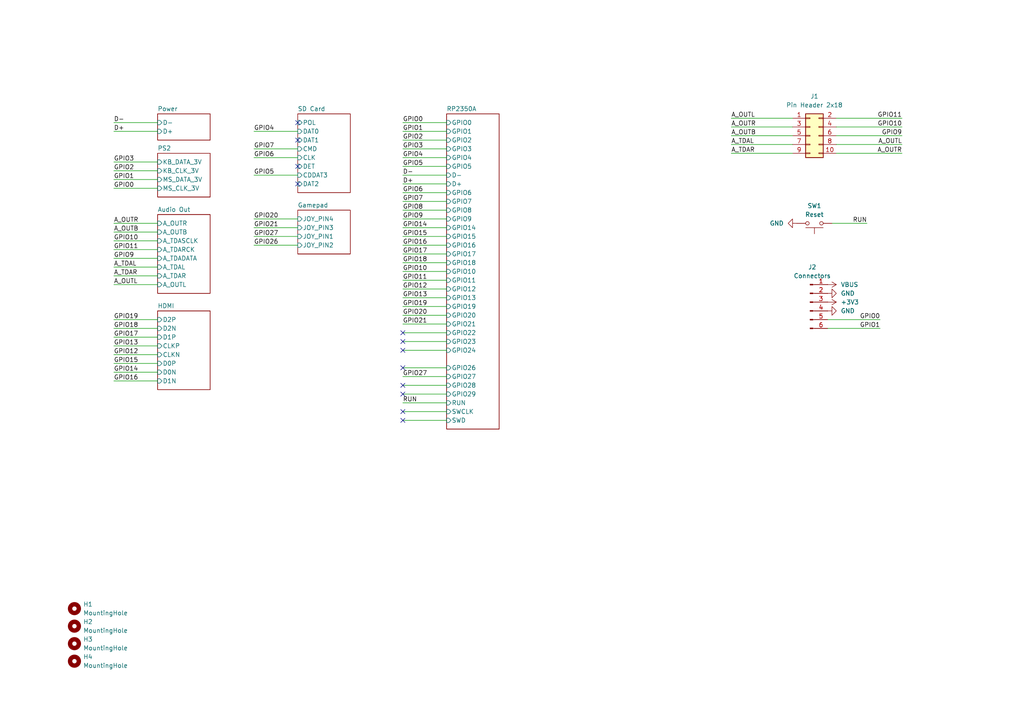
<source format=kicad_sch>
(kicad_sch (version 20250114) (generator "eeschema") (generator_version "9.0")
  (paper "A4")
  (title_block (title "MiniFRANK RM24") (date "2025-03-14") (rev "1.00") (company "Mikhail Matveev") (comment 1 "https://github.com/xtremespb/frank"))
  (lib_symbols
    (symbol "Connector:Conn_01x06_Pin" (pin_names (offset 1.016) (hide yes))
      (property "Reference" "J" (at 0 7.62 0))
      (property "Value" "Conn_01x06_Pin" (at 0 -10.16 0))
      (symbol "Conn_01x06_Pin_1_1"
        (rectangle (start 0.8636 5.207) (end 0 4.953) (stroke (width 0.1524)) (fill (type outline)))
        (rectangle (start 0.8636 2.667) (end 0 2.413) (stroke (width 0.1524)) (fill (type outline)))
        (rectangle (start 0.8636 0.127) (end 0 -0.127) (stroke (width 0.1524)) (fill (type outline)))
        (rectangle (start 0.8636 -2.413) (end 0 -2.667) (stroke (width 0.1524)) (fill (type outline)))
        (rectangle (start 0.8636 -4.953) (end 0 -5.207) (stroke (width 0.1524)) (fill (type outline)))
        (rectangle (start 0.8636 -7.493) (end 0 -7.747) (stroke (width 0.1524)) (fill (type outline)))
        (polyline (pts (xy 1.27 5.08) (xy 0.8636 5.08)) (stroke (width 0.1524)))
        (polyline (pts (xy 1.27 2.54) (xy 0.8636 2.54)) (stroke (width 0.1524)))
        (polyline (pts (xy 1.27 0) (xy 0.8636 0)) (stroke (width 0.1524)))
        (polyline (pts (xy 1.27 -2.54) (xy 0.8636 -2.54)) (stroke (width 0.1524)))
        (polyline (pts (xy 1.27 -5.08) (xy 0.8636 -5.08)) (stroke (width 0.1524)))
        (polyline (pts (xy 1.27 -7.62) (xy 0.8636 -7.62)) (stroke (width 0.1524)))
        (pin passive line (at 5.08 5.08 180) (length 3.81) (name "Pin_1") (number "1"))
        (pin passive line (at 5.08 2.54 180) (length 3.81) (name "Pin_2") (number "2"))
        (pin passive line (at 5.08 0 180) (length 3.81) (name "Pin_3") (number "3"))
        (pin passive line (at 5.08 -2.54 180) (length 3.81) (name "Pin_4") (number "4"))
        (pin passive line (at 5.08 -5.08 180) (length 3.81) (name "Pin_5") (number "5"))
        (pin passive line (at 5.08 -7.62 180) (length 3.81) (name "Pin_6") (number "6"))
      )
    )
    (symbol "Connector_Generic:Conn_02x05_Odd_Even" (pin_names (offset 1.016) (hide yes))
      (property "Reference" "J" (at 1.27 7.62 0))
      (property "Value" "Conn_02x05_Odd_Even" (at 1.27 -7.62 0))
      (symbol "Conn_02x05_Odd_Even_1_1"
        (rectangle (start -1.27 6.35) (end 3.81 -6.35) (stroke (width 0.254)) (fill (type background)))
        (rectangle (start -1.27 5.207) (end 0 4.953) (stroke (width 0.1524)))
        (rectangle (start -1.27 2.667) (end 0 2.413) (stroke (width 0.1524)))
        (rectangle (start -1.27 0.127) (end 0 -0.127) (stroke (width 0.1524)))
        (rectangle (start -1.27 -2.413) (end 0 -2.667) (stroke (width 0.1524)))
        (rectangle (start -1.27 -4.953) (end 0 -5.207) (stroke (width 0.1524)))
        (rectangle (start 3.81 5.207) (end 2.54 4.953) (stroke (width 0.1524)))
        (rectangle (start 3.81 2.667) (end 2.54 2.413) (stroke (width 0.1524)))
        (rectangle (start 3.81 0.127) (end 2.54 -0.127) (stroke (width 0.1524)))
        (rectangle (start 3.81 -2.413) (end 2.54 -2.667) (stroke (width 0.1524)))
        (rectangle (start 3.81 -4.953) (end 2.54 -5.207) (stroke (width 0.1524)))
        (pin passive line (at -5.08 5.08 0) (length 3.81) (name "Pin_1") (number "1"))
        (pin passive line (at -5.08 2.54 0) (length 3.81) (name "Pin_3") (number "3"))
        (pin passive line (at -5.08 0 0) (length 3.81) (name "Pin_5") (number "5"))
        (pin passive line (at -5.08 -2.54 0) (length 3.81) (name "Pin_7") (number "7"))
        (pin passive line (at -5.08 -5.08 0) (length 3.81) (name "Pin_9") (number "9"))
        (pin passive line (at 7.62 5.08 180) (length 3.81) (name "Pin_2") (number "2"))
        (pin passive line (at 7.62 2.54 180) (length 3.81) (name "Pin_4") (number "4"))
        (pin passive line (at 7.62 0 180) (length 3.81) (name "Pin_6") (number "6"))
        (pin passive line (at 7.62 -2.54 180) (length 3.81) (name "Pin_8") (number "8"))
        (pin passive line (at 7.62 -5.08 180) (length 3.81) (name "Pin_10") (number "10"))
      )
    )
    (symbol "GND_1" (power) (pin_numbers (hide yes)) (pin_names (offset 0) (hide yes))
      (property "Value" "GND" (at 0 -3.81 0))
      (symbol "GND_1_0_1"
        (polyline (pts (xy 0 0) (xy 0 -1.27) (xy 1.27 -1.27) (xy 0 -2.54) (xy -1.27 -1.27) (xy 0 -1.27)))
      )
      (symbol "GND_1_1_1"
        (pin power_in line (at 0 0 270) (length 0) (name "~") (number "1"))
      )
    )
    (symbol "Mechanical:MountingHole" (pin_names (offset 1.016)) (exclude_from_sim yes) (in_bom no)
      (property "Reference" "H" (at 0 5.08 0))
      (property "Value" "MountingHole" (at 0 3.175 0))
      (symbol "MountingHole_0_1"
        (circle (center 0 0) (radius 1.27) (stroke (width 1.27)))
      )
    )
    (symbol "Switch:SW_Push" (pin_numbers (hide yes)) (pin_names (offset 1.016) (hide yes))
      (property "Reference" "SW" (at 1.27 2.54 0))
      (property "Value" "SW_Push" (at 0 -1.524 0))
      (symbol "SW_Push_0_1"
        (circle (center -2.032 0) (radius 0.508))
        (polyline (pts (xy 0 1.27) (xy 0 3.048)))
        (circle (center 2.032 0) (radius 0.508))
        (polyline (pts (xy 2.54 1.27) (xy -2.54 1.27)))
        (pin passive line (at -5.08 0 0) (length 2.54) (name "1") (number "1"))
        (pin passive line (at 5.08 0 180) (length 2.54) (name "2") (number "2"))
      )
    )
    (symbol "power:+3V3" (power) (pin_numbers (hide yes)) (pin_names (offset 0) (hide yes))
      (property "Value" "+3V3" (at 0 3.556 0))
      (symbol "+3V3_0_1"
        (polyline (pts (xy -0.762 1.27) (xy 0 2.54)))
        (polyline (pts (xy 0 2.54) (xy 0.762 1.27)))
        (polyline (pts (xy 0 0) (xy 0 2.54)))
      )
      (symbol "+3V3_1_1"
        (pin power_in line (at 0 0 90) (length 0) (name "~") (number "1"))
      )
    )
    (symbol "power:GND" (power) (pin_numbers (hide yes)) (pin_names (offset 0) (hide yes))
      (property "Value" "GND" (at 0 -3.81 0))
      (symbol "GND_0_1"
        (polyline (pts (xy 0 0) (xy 0 -1.27) (xy 1.27 -1.27) (xy 0 -2.54) (xy -1.27 -1.27) (xy 0 -1.27)))
      )
      (symbol "GND_1_1"
        (pin power_in line (at 0 0 270) (length 0) (name "~") (number "1"))
      )
    )
    (symbol "power:VBUS" (power) (pin_numbers (hide yes)) (pin_names (offset 0) (hide yes))
      (property "Value" "VBUS" (at 0 3.556 0))
      (symbol "VBUS_0_1"
        (polyline (pts (xy -0.762 1.27) (xy 0 2.54)))
        (polyline (pts (xy 0 2.54) (xy 0.762 1.27)))
        (polyline (pts (xy 0 0) (xy 0 2.54)))
      )
      (symbol "VBUS_1_1"
        (pin power_in line (at 0 0 90) (length 0) (name "~") (number "1"))
      )
    )
  )
  (no_connect (at 116.84 99.06))
  (no_connect (at 86.36 53.34))
  (no_connect (at 116.84 119.38))
  (no_connect (at 116.84 96.52))
  (no_connect (at 116.84 101.6))
  (no_connect (at 86.36 40.64))
  (no_connect (at 116.84 106.68))
  (no_connect (at 86.36 48.26))
  (no_connect (at 86.36 35.56))
  (no_connect (at 116.84 111.76))
  (no_connect (at 116.84 114.3))
  (no_connect (at 116.84 121.92))
  (wire (pts (xy 33.02 67.31) (xy 45.72 67.31)))
  (wire (pts (xy 33.02 69.85) (xy 45.72 69.85)))
  (wire (pts (xy 116.84 81.28) (xy 129.54 81.28)))
  (wire (pts (xy 116.84 38.1) (xy 129.54 38.1)))
  (wire (pts (xy 116.84 114.3) (xy 129.54 114.3)))
  (wire (pts (xy 116.84 60.96) (xy 129.54 60.96)))
  (wire (pts (xy 116.84 91.44) (xy 129.54 91.44)))
  (wire (pts (xy 212.09 41.91) (xy 229.87 41.91)))
  (wire (pts (xy 116.84 63.5) (xy 129.54 63.5)))
  (wire (pts (xy 33.02 110.49) (xy 45.72 110.49)))
  (wire (pts (xy 241.3 64.77) (xy 251.46 64.77)))
  (wire (pts (xy 33.02 82.55) (xy 45.72 82.55)))
  (wire (pts (xy 33.02 54.61) (xy 45.72 54.61)))
  (wire (pts (xy 116.84 106.68) (xy 129.54 106.68)))
  (wire (pts (xy 33.02 64.77) (xy 45.72 64.77)))
  (wire (pts (xy 33.02 105.41) (xy 45.72 105.41)))
  (wire (pts (xy 33.02 95.25) (xy 45.72 95.25)))
  (wire (pts (xy 33.02 46.99) (xy 45.72 46.99)))
  (wire (pts (xy 116.84 109.22) (xy 129.54 109.22)))
  (wire (pts (xy 33.02 92.71) (xy 45.72 92.71)))
  (wire (pts (xy 33.02 100.33) (xy 45.72 100.33)))
  (wire (pts (xy 116.84 50.8) (xy 129.54 50.8)))
  (wire (pts (xy 33.02 77.47) (xy 45.72 77.47)))
  (wire (pts (xy 73.66 43.18) (xy 86.36 43.18)))
  (wire (pts (xy 212.09 44.45) (xy 229.87 44.45)))
  (wire (pts (xy 116.84 116.84) (xy 129.54 116.84)))
  (wire (pts (xy 33.02 72.39) (xy 45.72 72.39)))
  (wire (pts (xy 116.84 121.92) (xy 129.54 121.92)))
  (wire (pts (xy 33.02 38.1) (xy 45.72 38.1)))
  (wire (pts (xy 116.84 86.36) (xy 129.54 86.36)))
  (wire (pts (xy 116.84 101.6) (xy 129.54 101.6)))
  (wire (pts (xy 116.84 48.26) (xy 129.54 48.26)))
  (wire (pts (xy 33.02 49.53) (xy 45.72 49.53)))
  (wire (pts (xy 116.84 96.52) (xy 129.54 96.52)))
  (wire (pts (xy 116.84 35.56) (xy 129.54 35.56)))
  (wire (pts (xy 73.66 68.58) (xy 86.36 68.58)))
  (wire (pts (xy 116.84 76.2) (xy 129.54 76.2)))
  (wire (pts (xy 116.84 55.88) (xy 129.54 55.88)))
  (wire (pts (xy 33.02 35.56) (xy 45.72 35.56)))
  (wire (pts (xy 33.02 97.79) (xy 45.72 97.79)))
  (wire (pts (xy 242.57 36.83) (xy 261.62 36.83)))
  (wire (pts (xy 116.84 93.98) (xy 129.54 93.98)))
  (wire (pts (xy 33.02 107.95) (xy 45.72 107.95)))
  (wire (pts (xy 73.66 63.5) (xy 86.36 63.5)))
  (wire (pts (xy 116.84 45.72) (xy 129.54 45.72)))
  (wire (pts (xy 116.84 58.42) (xy 129.54 58.42)))
  (wire (pts (xy 73.66 38.1) (xy 86.36 38.1)))
  (wire (pts (xy 73.66 66.04) (xy 86.36 66.04)))
  (wire (pts (xy 116.84 53.34) (xy 129.54 53.34)))
  (wire (pts (xy 116.84 88.9) (xy 129.54 88.9)))
  (wire (pts (xy 116.84 43.18) (xy 129.54 43.18)))
  (wire (pts (xy 242.57 34.29) (xy 261.62 34.29)))
  (wire (pts (xy 240.03 95.25) (xy 255.27 95.25)))
  (wire (pts (xy 116.84 68.58) (xy 129.54 68.58)))
  (wire (pts (xy 116.84 40.64) (xy 129.54 40.64)))
  (wire (pts (xy 212.09 36.83) (xy 229.87 36.83)))
  (wire (pts (xy 116.84 99.06) (xy 129.54 99.06)))
  (wire (pts (xy 33.02 102.87) (xy 45.72 102.87)))
  (wire (pts (xy 116.84 119.38) (xy 129.54 119.38)))
  (wire (pts (xy 73.66 71.12) (xy 86.36 71.12)))
  (wire (pts (xy 33.02 52.07) (xy 45.72 52.07)))
  (wire (pts (xy 212.09 39.37) (xy 229.87 39.37)))
  (wire (pts (xy 242.57 39.37) (xy 261.62 39.37)))
  (wire (pts (xy 242.57 44.45) (xy 261.62 44.45)))
  (wire (pts (xy 116.84 71.12) (xy 129.54 71.12)))
  (wire (pts (xy 73.66 50.8) (xy 86.36 50.8)))
  (wire (pts (xy 33.02 74.93) (xy 45.72 74.93)))
  (wire (pts (xy 240.03 92.71) (xy 255.27 92.71)))
  (wire (pts (xy 242.57 41.91) (xy 261.62 41.91)))
  (wire (pts (xy 116.84 66.04) (xy 129.54 66.04)))
  (wire (pts (xy 212.09 34.29) (xy 229.87 34.29)))
  (wire (pts (xy 116.84 73.66) (xy 129.54 73.66)))
  (wire (pts (xy 73.66 45.72) (xy 86.36 45.72)))
  (wire (pts (xy 33.02 80.01) (xy 45.72 80.01)))
  (wire (pts (xy 116.84 111.76) (xy 129.54 111.76)))
  (wire (pts (xy 116.84 83.82) (xy 129.54 83.82)))
  (wire (pts (xy 116.84 78.74) (xy 129.54 78.74)))
  (label "GPIO6" (at 73.66 45.72 0))
  (label "GPIO8" (at 116.84 60.96 0))
  (label "A_TDAL" (at 212.09 41.91 0))
  (label "GPIO19" (at 116.84 88.9 0))
  (label "GPIO26" (at 73.66 71.12 0))
  (label "GPIO16" (at 116.84 71.12 0))
  (label "D+" (at 33.02 38.1 0))
  (label "GPIO9" (at 116.84 63.5 0))
  (label "GPIO5" (at 116.84 48.26 0))
  (label "GPIO18" (at 33.02 95.25 0))
  (label "GPIO12" (at 116.84 83.82 0))
  (label "RUN" (at 116.84 116.84 0))
  (label "GPIO13" (at 33.02 100.33 0))
  (label "GPIO11" (at 33.02 72.39 0))
  (label "GPIO18" (at 116.84 76.2 0))
  (label "GPIO11" (at 116.84 81.28 0))
  (label "GPIO16" (at 33.02 110.49 0))
  (label "GPIO10" (at 33.02 69.85 0))
  (label "GPIO21" (at 116.84 93.98 0))
  (label "GPIO5" (at 73.66 50.8 0))
  (label "A_OUTR" (at 33.02 64.77 0))
  (label "GPIO15" (at 116.84 68.58 0))
  (label "GPIO4" (at 73.66 38.1 0))
  (label "A_TDAR" (at 212.09 44.45 0))
  (label "GPIO27" (at 116.84 109.22 0))
  (label "GPIO15" (at 33.02 105.41 0))
  (label "A_OUTL" (at 261.62 41.91 180))
  (label "GPIO9" (at 33.02 74.93 0))
  (label "GPIO14" (at 116.84 66.04 0))
  (label "GPIO13" (at 116.84 86.36 0))
  (label "GPIO4" (at 116.84 45.72 0))
  (label "GPIO3" (at 33.02 46.99 0))
  (label "GPIO14" (at 33.02 107.95 0))
  (label "GPIO0" (at 116.84 35.56 0))
  (label "GPIO10" (at 261.62 36.83 180))
  (label "GPIO11" (at 261.62 34.29 180))
  (label "GPIO7" (at 73.66 43.18 0))
  (label "GPIO12" (at 33.02 102.87 0))
  (label "GPIO17" (at 33.02 97.79 0))
  (label "GPIO0" (at 255.27 92.71 180))
  (label "GPIO3" (at 116.84 43.18 0))
  (label "GPIO27" (at 73.66 68.58 0))
  (label "GPIO9" (at 261.62 39.37 180))
  (label "GPIO20" (at 116.84 91.44 0))
  (label "GPIO1" (at 116.84 38.1 0))
  (label "A_OUTB" (at 212.09 39.37 0))
  (label "GPIO7" (at 116.84 58.42 0))
  (label "A_TDAL" (at 33.02 77.47 0))
  (label "GPIO10" (at 116.84 78.74 0))
  (label "A_OUTL" (at 33.02 82.55 0))
  (label "A_OUTR" (at 261.62 44.45 180))
  (label "GPIO1" (at 33.02 52.07 0))
  (label "RUN" (at 251.46 64.77 180))
  (label "GPIO20" (at 73.66 63.5 0))
  (label "D-" (at 33.02 35.56 0))
  (label "GPIO21" (at 73.66 66.04 0))
  (label "A_OUTL" (at 212.09 34.29 0))
  (label "D+" (at 116.84 53.34 0))
  (label "GPIO17" (at 116.84 73.66 0))
  (label "GPIO19" (at 33.02 92.71 0))
  (label "GPIO2" (at 116.84 40.64 0))
  (label "A_OUTR" (at 212.09 36.83 0))
  (label "GPIO2" (at 33.02 49.53 0))
  (label "D-" (at 116.84 50.8 0))
  (label "A_TDAR" (at 33.02 80.01 0))
  (label "A_OUTB" (at 33.02 67.31 0))
  (label "GPIO6" (at 116.84 55.88 0))
  (label "GPIO1" (at 255.27 95.25 180))
  (label "GPIO0" (at 33.02 54.61 0))
  (symbol (lib_id "power:GND") (at 240.03 85.09 90) (unit 1)
    (property "Reference" "#PWR013" (effects (hide yes)))
    (property "Value" "GND" (at 243.84 85.0899 90) (effects (justify right)))
    (property "Description" "Power symbol creates a global label with name \"GND\" , ground" (effects (hide yes)))
  )
  (symbol (lib_name "GND_1") (lib_id "power:GND") (at 231.14 64.77 270) (unit 1)
    (property "Reference" "#PWR01" (effects (hide yes)))
    (property "Value" "GND" (at 227.33 64.7699 90) (effects (justify right)))
    (property "Description" "Power symbol creates a global label with name \"GND\" , ground" (effects (hide yes)))
  )
  (symbol (lib_id "power:GND") (at 240.03 90.17 90) (unit 1)
    (property "Reference" "#PWR016" (effects (hide yes)))
    (property "Value" "GND" (at 243.84 90.1699 90) (effects (justify right)))
    (property "Description" "Power symbol creates a global label with name \"GND\" , ground" (effects (hide yes)))
  )
  (symbol (lib_id "Connector_Generic:Conn_02x05_Odd_Even") (at 234.95 39.37 0) (unit 1)
    (property "Reference" "J1" (at 236.22 27.94 0))
    (property "Value" "Pin Header 2x18" (at 236.22 30.48 0))
    (property "Footprint" "FRANK:DIP Switch (5x5)" (effects (hide yes)))
    (property "Description" "Generic connector, double row, 02x05, odd/even pin numbering scheme (row 1 odd numbers, row 2 even numbers), script generated (kicad-library-utils/schlib/autogen/connector/)" (effects (hide yes)))
    (property "AliExpress" "https://www.aliexpress.com/item/1005006804478835.html" (effects (hide yes)))
  )
  (symbol (lib_id "Switch:SW_Push") (at 236.22 64.77 180) (unit 1)
    (property "Reference" "SW1" (at 236.22 59.69 0))
    (property "Value" "Reset" (at 236.22 62.23 0))
    (property "Footprint" "FRANK:Button (SMD, 3x3mm, 1-1)" (effects (hide yes)))
    (property "Datasheet" "https://www.sohantech.com/3x3x1-5-push-button-switch-product/" (effects (hide yes)))
    (property "AliExpress" "https://www.aliexpress.com/item/1005007359248990.html" (effects (hide yes)))
  )
  (symbol (lib_id "Connector:Conn_01x06_Pin") (at 234.95 87.63 0) (unit 1)
    (property "Reference" "J2" (at 235.585 77.47 0))
    (property "Value" "Connectors" (at 235.585 80.01 0))
    (property "Footprint" "FRANK:Pin Header (1x06)" (effects (hide yes)))
    (property "Description" "Generic connector, single row, 01x06, script generated" (effects (hide yes)))
  )
  (symbol (lib_id "power:+3V3") (at 240.03 87.63 270) (unit 1)
    (property "Reference" "#PWR015" (effects (hide yes)))
    (property "Value" "+3V3" (at 243.84 87.6299 90) (effects (justify left)))
    (property "Description" "Power symbol creates a global label with name \"+3V3\"" (effects (hide yes)))
  )
  (symbol (lib_id "Mechanical:MountingHole") (at 21.59 186.69 0) (unit 1) (exclude_from_sim yes) (in_bom no)
    (property "Reference" "H3" (at 24.13 185.4199 0) (effects (justify left)))
    (property "Value" "MountingHole" (at 24.13 187.9599 0) (effects (justify left)))
    (property "Footprint" "FRANK:Mounting Hole (2.7mm)" (effects (hide yes)))
    (property "Description" "Mounting Hole without connection" (effects (hide yes)))
  )
  (symbol (lib_id "Mechanical:MountingHole") (at 21.59 181.61 0) (unit 1) (exclude_from_sim yes) (in_bom no)
    (property "Reference" "H2" (at 24.13 180.3399 0) (effects (justify left)))
    (property "Value" "MountingHole" (at 24.13 182.8799 0) (effects (justify left)))
    (property "Footprint" "FRANK:Mounting Hole (2.7mm)" (effects (hide yes)))
    (property "Description" "Mounting Hole without connection" (effects (hide yes)))
  )
  (symbol (lib_id "Mechanical:MountingHole") (at 21.59 191.77 0) (unit 1) (exclude_from_sim yes) (in_bom no)
    (property "Reference" "H4" (at 24.13 190.4999 0) (effects (justify left)))
    (property "Value" "MountingHole" (at 24.13 193.0399 0) (effects (justify left)))
    (property "Footprint" "FRANK:Mounting Hole (2.7mm)" (effects (hide yes)))
    (property "Description" "Mounting Hole without connection" (effects (hide yes)))
  )
  (symbol (lib_id "power:VBUS") (at 240.03 82.55 270) (unit 1)
    (property "Reference" "#PWR012" (effects (hide yes)))
    (property "Value" "VBUS" (at 243.84 82.5499 90) (effects (justify left)))
    (property "Description" "Power symbol creates a global label with name \"VBUS\"" (effects (hide yes)))
  )
  (symbol (lib_id "Mechanical:MountingHole") (at 21.59 176.53 0) (unit 1) (exclude_from_sim yes) (in_bom no)
    (property "Reference" "H1" (at 24.13 175.2599 0) (effects (justify left)))
    (property "Value" "MountingHole" (at 24.13 177.7999 0) (effects (justify left)))
    (property "Footprint" "FRANK:Mounting Hole (2.7mm)" (effects (hide yes)))
    (property "Description" "Mounting Hole without connection" (effects (hide yes)))
  )
  (sheet (at 45.72 44.45) (size 15.24 12.7) (stroke (width 0.1524))
    (property "Sheetname" "PS2" (at 45.72 43.7384 0) (effects (justify left bottom)))
    (property "Sheetfile" "ps2.kicad_sch" (effects (hide yes)))
    (pin "KB_DATA_3V" input (at 45.72 46.99 180))
    (pin "KB_CLK_3V" input (at 45.72 49.53 180))
    (pin "MS_DATA_3V" input (at 45.72 52.07 180))
    (pin "MS_CLK_3V" input (at 45.72 54.61 180))
  )
  (sheet (at 45.72 90.17) (size 15.24 22.86) (stroke (width 0.1524))
    (property "Sheetname" "HDMI" (at 45.72 89.4584 0) (effects (justify left bottom)))
    (property "Sheetfile" "hdmi.kicad_sch" (effects (hide yes)))
    (pin "D2P" input (at 45.72 92.71 180))
    (pin "D2N" input (at 45.72 95.25 180))
    (pin "D1P" input (at 45.72 97.79 180))
    (pin "CLKP" input (at 45.72 100.33 180))
    (pin "CLKN" input (at 45.72 102.87 180))
    (pin "D0P" input (at 45.72 105.41 180))
    (pin "D0N" input (at 45.72 107.95 180))
    (pin "D1N" input (at 45.72 110.49 180))
  )
  (sheet (at 86.36 33.02) (size 15.24 22.86) (stroke (width 0.1524))
    (property "Sheetname" "SD Card" (at 86.36 32.3084 0) (effects (justify left bottom)))
    (property "Sheetfile" "sd.kicad_sch" (effects (hide yes)))
    (pin "POL" input (at 86.36 35.56 180))
    (pin "DAT0" input (at 86.36 38.1 180))
    (pin "DAT1" input (at 86.36 40.64 180))
    (pin "CMD" input (at 86.36 43.18 180))
    (pin "CLK" input (at 86.36 45.72 180))
    (pin "DET" input (at 86.36 48.26 180))
    (pin "CDDAT3" input (at 86.36 50.8 180))
    (pin "DAT2" input (at 86.36 53.34 180))
  )
  (sheet (at 45.72 33.02) (size 15.24 7.62) (stroke (width 0.1524))
    (property "Sheetname" "Power" (at 45.72 32.3084 0) (effects (justify left bottom)))
    (property "Sheetfile" "power.kicad_sch" (effects (hide yes)))
    (pin "D-" input (at 45.72 35.56 180))
    (pin "D+" input (at 45.72 38.1 180))
  )
  (sheet (at 129.54 33.02) (size 15.24 91.44) (stroke (width 0.1524))
    (property "Sheetname" "RP2350A" (at 129.54 32.3084 0) (effects (justify left bottom)))
    (property "Sheetfile" "rp2350a.kicad_sch" (effects (hide yes)))
    (pin "GPIO0" input (at 129.54 35.56 180))
    (pin "GPIO1" input (at 129.54 38.1 180))
    (pin "GPIO2" input (at 129.54 40.64 180))
    (pin "GPIO3" input (at 129.54 43.18 180))
    (pin "GPIO4" input (at 129.54 45.72 180))
    (pin "GPIO5" input (at 129.54 48.26 180))
    (pin "D-" input (at 129.54 50.8 180))
    (pin "D+" input (at 129.54 53.34 180))
    (pin "GPIO6" input (at 129.54 55.88 180))
    (pin "GPIO7" input (at 129.54 58.42 180))
    (pin "GPIO8" input (at 129.54 60.96 180))
    (pin "GPIO9" input (at 129.54 63.5 180))
    (pin "GPIO14" input (at 129.54 66.04 180))
    (pin "GPIO15" input (at 129.54 68.58 180))
    (pin "GPIO16" input (at 129.54 71.12 180))
    (pin "GPIO17" input (at 129.54 73.66 180))
    (pin "GPIO18" input (at 129.54 76.2 180))
    (pin "GPIO10" input (at 129.54 78.74 180))
    (pin "GPIO11" input (at 129.54 81.28 180))
    (pin "GPIO12" input (at 129.54 83.82 180))
    (pin "GPIO13" input (at 129.54 86.36 180))
    (pin "GPIO19" input (at 129.54 88.9 180))
    (pin "GPIO20" input (at 129.54 91.44 180))
    (pin "GPIO21" input (at 129.54 93.98 180))
    (pin "GPIO22" input (at 129.54 96.52 180))
    (pin "GPIO23" input (at 129.54 99.06 180))
    (pin "GPIO24" input (at 129.54 101.6 180))
    (pin "GPIO26" input (at 129.54 106.68 180))
    (pin "GPIO27" input (at 129.54 109.22 180))
    (pin "GPIO28" input (at 129.54 111.76 180))
    (pin "GPIO29" input (at 129.54 114.3 180))
    (pin "RUN" input (at 129.54 116.84 180))
    (pin "SWCLK" input (at 129.54 119.38 180))
    (pin "SWD" input (at 129.54 121.92 180))
  )
  (sheet (at 86.36 60.96) (size 15.24 12.7) (stroke (width 0.1524))
    (property "Sheetname" "Gamepad" (at 86.36 60.2484 0) (effects (justify left bottom)))
    (property "Sheetfile" "gamepad.kicad_sch" (effects (hide yes)))
    (pin "JOY_PIN4" input (at 86.36 63.5 180))
    (pin "JOY_PIN3" input (at 86.36 66.04 180))
    (pin "JOY_PIN1" input (at 86.36 68.58 180))
    (pin "JOY_PIN2" input (at 86.36 71.12 180))
  )
  (sheet (at 45.72 62.23) (size 15.24 22.86) (stroke (width 0.1524))
    (property "Sheetname" "Audio Out" (at 45.72 61.5184 0) (effects (justify left bottom)))
    (property "Sheetfile" "audio_out_m1.kicad_sch" (effects (hide yes)))
    (pin "A_OUTR" input (at 45.72 64.77 180))
    (pin "A_OUTB" input (at 45.72 67.31 180))
    (pin "A_TDASCLK" input (at 45.72 69.85 180))
    (pin "A_TDARCK" input (at 45.72 72.39 180))
    (pin "A_TDADATA" input (at 45.72 74.93 180))
    (pin "A_TDAL" input (at 45.72 77.47 180))
    (pin "A_TDAR" input (at 45.72 80.01 180))
    (pin "A_OUTL" input (at 45.72 82.55 180))
  )
)
</source>
